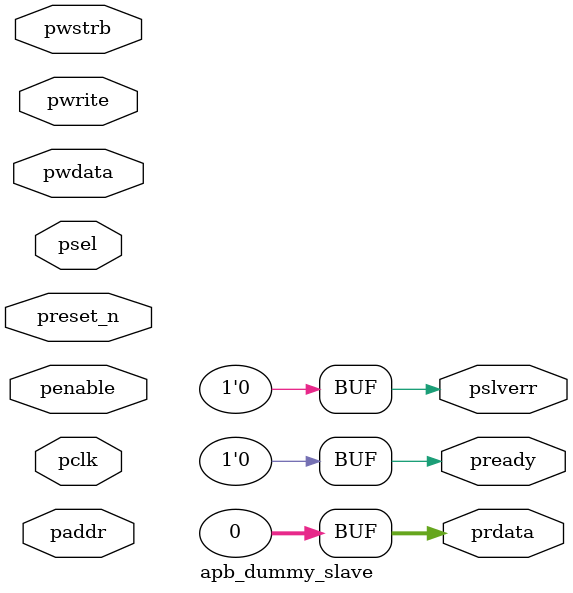
<source format=v>
module apb_dummy_slave ( input              psel,
                         input              penable,
                         input              pwrite,
                         input [11:2]       paddr,
                         input [31:0]       pwdata,
                         input [3:0]        pwstrb,
                         output [31:0]      prdata,
                         output             pslverr,
                         output             pready,
                         input              pclk,
                         input              preset_n
                        );

// assign default values to the output signals
assign prdata = 0;
assign pslverr = 0;
assign pready = 0;

 endmodule

</source>
